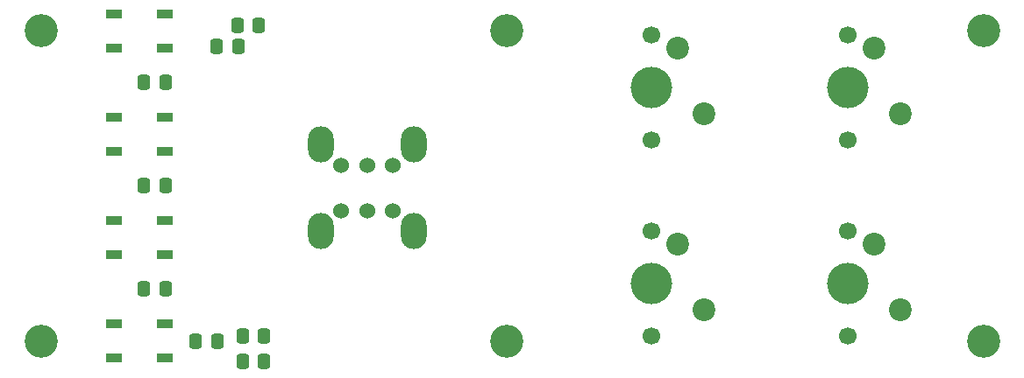
<source format=gts>
G04 #@! TF.GenerationSoftware,KiCad,Pcbnew,8.0.7*
G04 #@! TF.CreationDate,2025-07-02T20:48:29-04:00*
G04 #@! TF.ProjectId,ESP32_laptop-midi,45535033-325f-46c6-9170-746f702d6d69,rev?*
G04 #@! TF.SameCoordinates,Original*
G04 #@! TF.FileFunction,Soldermask,Top*
G04 #@! TF.FilePolarity,Negative*
%FSLAX46Y46*%
G04 Gerber Fmt 4.6, Leading zero omitted, Abs format (unit mm)*
G04 Created by KiCad (PCBNEW 8.0.7) date 2025-07-02 20:48:29*
%MOMM*%
%LPD*%
G01*
G04 APERTURE LIST*
G04 Aperture macros list*
%AMRoundRect*
0 Rectangle with rounded corners*
0 $1 Rounding radius*
0 $2 $3 $4 $5 $6 $7 $8 $9 X,Y pos of 4 corners*
0 Add a 4 corners polygon primitive as box body*
4,1,4,$2,$3,$4,$5,$6,$7,$8,$9,$2,$3,0*
0 Add four circle primitives for the rounded corners*
1,1,$1+$1,$2,$3*
1,1,$1+$1,$4,$5*
1,1,$1+$1,$6,$7*
1,1,$1+$1,$8,$9*
0 Add four rect primitives between the rounded corners*
20,1,$1+$1,$2,$3,$4,$5,0*
20,1,$1+$1,$4,$5,$6,$7,0*
20,1,$1+$1,$6,$7,$8,$9,0*
20,1,$1+$1,$8,$9,$2,$3,0*%
G04 Aperture macros list end*
%ADD10RoundRect,0.090000X0.660000X0.360000X-0.660000X0.360000X-0.660000X-0.360000X0.660000X-0.360000X0*%
%ADD11C,1.700000*%
%ADD12C,4.000000*%
%ADD13C,2.200000*%
%ADD14RoundRect,0.250000X-0.337500X-0.475000X0.337500X-0.475000X0.337500X0.475000X-0.337500X0.475000X0*%
%ADD15C,3.200000*%
%ADD16RoundRect,0.250000X0.337500X0.475000X-0.337500X0.475000X-0.337500X-0.475000X0.337500X-0.475000X0*%
%ADD17O,2.500000X3.500000*%
%ADD18C,1.524000*%
G04 APERTURE END LIST*
D10*
X167950000Y-37650000D03*
X167950000Y-34350000D03*
X163050000Y-34350000D03*
X163050000Y-37650000D03*
D11*
X214920000Y-26380000D03*
D12*
X214920000Y-31460000D03*
D11*
X214920000Y-36540000D03*
D13*
X220000000Y-34000000D03*
X217460000Y-27650000D03*
D10*
X167950000Y-27650000D03*
X167950000Y-24350000D03*
X163050000Y-24350000D03*
X163050000Y-27650000D03*
D14*
X165962500Y-41000000D03*
X168037500Y-41000000D03*
D11*
X233920000Y-45380000D03*
D12*
X233920000Y-50460000D03*
D11*
X233920000Y-55540000D03*
D13*
X239000000Y-53000000D03*
X236460000Y-46650000D03*
D15*
X156000000Y-56000000D03*
D10*
X167950000Y-47650000D03*
X167950000Y-44350000D03*
X163050000Y-44350000D03*
X163050000Y-47650000D03*
D14*
X165962500Y-51000000D03*
X168037500Y-51000000D03*
D11*
X233920000Y-26380000D03*
D12*
X233920000Y-31460000D03*
D11*
X233920000Y-36540000D03*
D13*
X239000000Y-34000000D03*
X236460000Y-27650000D03*
D14*
X165962500Y-31000000D03*
X168037500Y-31000000D03*
D15*
X247000000Y-56000000D03*
X201000000Y-56000000D03*
D10*
X167950000Y-57650000D03*
X167950000Y-54350000D03*
X163050000Y-54350000D03*
X163050000Y-57650000D03*
D16*
X173037500Y-56000000D03*
X170962500Y-56000000D03*
D17*
X191999999Y-36999999D03*
X183000001Y-36999999D03*
D18*
X190000000Y-39000000D03*
X185000000Y-39000000D03*
X187500000Y-39000000D03*
D17*
X183000001Y-45406901D03*
X191999999Y-45406901D03*
D18*
X185000000Y-43406900D03*
X190000000Y-43406900D03*
X187500000Y-43406900D03*
D16*
X175037500Y-27500000D03*
X172962500Y-27500000D03*
D15*
X201000000Y-26000000D03*
X156000000Y-26000000D03*
D16*
X177037500Y-25500000D03*
X174962500Y-25500000D03*
X177537500Y-58000000D03*
X175462500Y-58000000D03*
D11*
X214920000Y-45380000D03*
D12*
X214920000Y-50460000D03*
D11*
X214920000Y-55540000D03*
D13*
X220000000Y-53000000D03*
X217460000Y-46650000D03*
D14*
X175462500Y-55500000D03*
X177537500Y-55500000D03*
D15*
X247000000Y-26000000D03*
M02*

</source>
